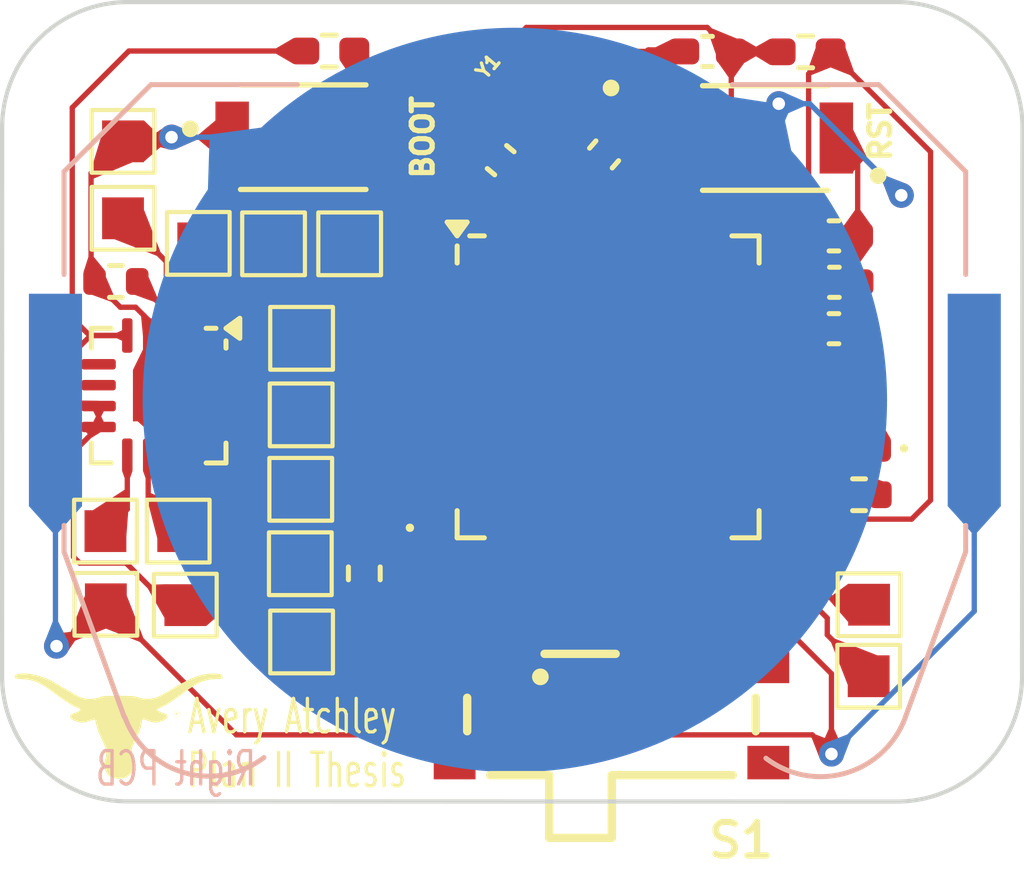
<source format=kicad_pcb>
(kicad_pcb (version 20240108) (generator "pcbnew") (generator_version "8.0")
  (layers (0 "F.Cu" signal) (31 "B.Cu" signal) (34 "B.Paste" user) (35 "F.Paste" user) (36 "B.SilkS" user "B.Silkscreen") (37 "F.SilkS" user "F.Silkscreen") (38 "B.Mask" user) (39 "F.Mask" user) (44 "Edge.Cuts" user))
  (net 0 "")
  (net 1 "B-")
  (net 2 "B+")
  (net 3 "VDD_ESP")
  (net 4 "D-")
  (net 5 "D+")
  (net 6 "CLK1")
  (net 7 "SEL1")
  (net 8 "MIC_DATA1")
  (net 9 "Net-(Q1-D)")
  (net 10 "SPK_DATA1")
  (net 11 "Net-(D3-A)")
  (net 12 "Net-(D4-A)")
  (net 13 "SEL2")
  (net 14 "MIC_DATA2")
  (net 15 "CLK2")
  (net 16 "Net-(U8-GPIO9)")
  (net 17 "Net-(U5-GAIN_SLOT)")
  (net 19 "SPK2_P")
  (net 20 "SPK2_N")
  (net 21 "RESET")
  (net 22 "SPK2_DATA")
  (net 23 "BOOT")
  (net 61 "Net-(U8-XTAL_P)")
  (net 62 "Net-(U8-XTAL_N)")
  (footprint "MountingHole:Mounting_Pad_Square" (layer "F.Cu") (at 124.38 75.36)
    (property "Reference" "TP23" (hide yes))
    (property "Value" "TestPoint" (hide yes))
    (pad "1" smd rect (at 0 0) (size 1 1) (layers "F.Cu" "F.Mask") (net 5 "D+"))
  )
  (footprint "MountingHole:Mounting_Pad_Square" (layer "F.Cu") (at 106.13 75.35)
    (property "Reference" "TP24" (hide yes))
    (property "Value" "TestPoint" (hide yes))
    (pad "1" smd rect (at 0 0) (size 1 1) (layers "F.Cu" "F.Mask") (net 2 "B+"))
  )
  (footprint "Resistor_SMD:R_0402_1005Metric" (layer "F.Cu") (at 124.14 72.73)
    (property "Reference" "R11" (hide yes))
    (property "Value" "470" (hide yes))
    (pad "1" smd roundrect (at -0.51 0) (size 0.54 0.64) (layers "F.Cu" "F.Paste" "F.Mask") (net 3 "VDD_ESP"))
    (pad "2" smd roundrect (at 0.51 0) (size 0.54 0.64) (layers "F.Cu" "F.Paste" "F.Mask") (net 11 "Net-(D3-A)"))
  )
  (footprint "MountingHole:Mounting_Pad_Square" (layer "F.Cu") (at 110.14 66.73)
    (property "Reference" "TP16" (hide yes))
    (property "Value" "TestPoint" (hide yes))
    (pad "1" smd rect (at 0 0) (size 1 1) (layers "F.Cu" "F.Mask") (net 6 "CLK1"))
  )
  (footprint "Package_DFN_QFN:TQFN-16-1EP_3x3mm_P0.5mm_EP1.23x1.23mm" (layer "F.Cu") (at 107.3925 70.36 -90)
    (property "Reference" "U5" (hide yes))
    (property "Value" "MAX98357A" (hide yes))
    (pad "1" smd roundrect (at -1.4375 -0.75 270) (size 0.825 0.25) (layers "F.Cu" "F.Paste" "F.Mask") (net 22 "SPK2_DATA"))
    (pad "2" smd roundrect (at -1.4375 -0.25 270) (size 0.825 0.25) (layers "F.Cu" "F.Paste" "F.Mask") (net 17 "Net-(U5-GAIN_SLOT)"))
    (pad "3" smd roundrect (at -1.4375 0.25 270) (size 0.825 0.25) (layers "F.Cu" "F.Paste" "F.Mask") (net 1 "B-"))
    (pad "4" smd roundrect (at -1.4375 0.75 270) (size 0.825 0.25) (layers "F.Cu" "F.Paste" "F.Mask") (net 3 "VDD_ESP"))
    (pad "5" smd roundrect (at -0.75 1.4375 270) (size 0.25 0.825) (layers "F.Cu" "F.Paste" "F.Mask"))
    (pad "6" smd roundrect (at -0.25 1.4375 270) (size 0.25 0.825) (layers "F.Cu" "F.Paste" "F.Mask"))
    (pad "7" smd roundrect (at 0.25 1.4375 270) (size 0.25 0.825) (layers "F.Cu" "F.Paste" "F.Mask") (net 3 "VDD_ESP"))
    (pad "8" smd roundrect (at 0.75 1.4375 270) (size 0.25 0.825) (layers "F.Cu" "F.Paste" "F.Mask") (net 3 "VDD_ESP"))
    (pad "9" smd roundrect (at 1.4375 0.75 270) (size 0.825 0.25) (layers "F.Cu" "F.Paste" "F.Mask") (net 19 "SPK2_P"))
    (pad "10" smd roundrect (at 1.4375 0.25 270) (size 0.825 0.25) (layers "F.Cu" "F.Paste" "F.Mask") (net 20 "SPK2_N"))
    (pad "11" smd roundrect (at 1.4375 -0.25 270) (size 0.825 0.25) (layers "F.Cu" "F.Paste" "F.Mask") (net 1 "B-"))
    (pad "12" smd roundrect (at 1.4375 -0.75 270) (size 0.825 0.25) (layers "F.Cu" "F.Paste" "F.Mask"))
    (pad "13" smd roundrect (at 0.75 -1.4375 270) (size 0.25 0.825) (layers "F.Cu" "F.Paste" "F.Mask"))
    (pad "14" smd roundrect (at 0.25 -1.4375 270) (size 0.25 0.825) (layers "F.Cu" "F.Paste" "F.Mask") (net 13 "SEL2"))
    (pad "15" smd roundrect (at -0.25 -1.4375 270) (size 0.25 0.825) (layers "F.Cu" "F.Paste" "F.Mask") (net 1 "B-"))
    (pad "16" smd roundrect (at -0.75 -1.4375 270) (size 0.25 0.825) (layers "F.Cu" "F.Paste" "F.Mask") (net 15 "CLK2"))
    (pad "17" smd rect (at 0 0 270) (size 1.23 1.23) (property pad_prop_heatsink) (layers "F.Cu" "F.Mask") (net 1 "B-"))
  )
  (footprint "B3U-1000P:SW_B3U-1000P" (layer "F.Cu") (at 110.85 64.18)
    (property "Reference" "SW2" (hide yes))
    (property "Value" "BOOT" (at 2.8575 0 90) (layer "F.SilkS") (effects (font (size 0.5 0.5) (thickness 0.125))))
    (pad "1" smd rect (at -1.7 0) (size 0.8 1.7) (layers "F.Cu" "F.Paste" "F.Mask") (net 1 "B-"))
    (pad "2" smd rect (at 1.7 0) (size 0.8 1.7) (layers "F.Cu" "F.Paste" "F.Mask") (net 23 "BOOT"))
  )
  (footprint "Capacitor_SMD:C_0402_1005Metric_Pad0.74x0.62mm_HandSolder" (layer "F.Cu") (at 118.04351 64.592743 -131.16)
    (property "Reference" "C7" (hide yes))
    (property "Value" "10pF" (hide yes))
    (pad "1" smd roundrect (at -0.567502 -0.000001 228.84) (size 0.735 0.62) (layers "F.Cu" "F.Paste" "F.Mask") (net 1 "B-"))
    (pad "2" smd roundrect (at 0.567502 0.000001 228.84) (size 0.735 0.62) (layers "F.Cu" "F.Paste" "F.Mask") (net 62 "Net-(U8-XTAL_N)"))
  )
  (footprint "MountingHole:Mounting_Pad_Square" (layer "F.Cu") (at 124.37 77.07)
    (property "Reference" "TP22" (hide yes))
    (property "Value" "TestPoint" (hide yes))
    (pad "1" smd rect (at 0 0) (size 1 1) (layers "F.Cu" "F.Mask") (net 4 "D-"))
  )
  (footprint "Resistor_SMD:R_0402_1005Metric_Pad0.72x0.64mm_HandSolder" (layer "F.Cu") (at 122.8625 62.14 180)
    (property "Reference" "R14" (hide yes))
    (property "Value" "10k" (hide yes))
    (pad "1" smd roundrect (at -0.5975 0 180) (size 0.715 0.64) (layers "F.Cu" "F.Paste" "F.Mask") (net 3 "VDD_ESP"))
    (pad "2" smd roundrect (at 0.5975 0 180) (size 0.715 0.64) (layers "F.Cu" "F.Paste" "F.Mask") (net 21 "RESET"))
  )
  (footprint "MountingHole:Mounting_Pad_Square" (layer "F.Cu") (at 108.03 75.37)
    (property "Reference" "TP20" (hide yes))
    (property "Value" "TestPoint" (hide yes))
    (pad "1" smd rect (at 0 0) (size 1 1) (layers "F.Cu" "F.Mask") (net 3 "VDD_ESP"))
  )
  (footprint "LED_SMD:LED_0402_1005Metric" (layer "F.Cu") (at 124.125 71.62 180)
    (property "Reference" "D3" (hide yes))
    (property "Value" "RED_LED" (hide yes))
    (pad "1" smd roundrect (at -0.485 0 180) (size 0.59 0.64) (layers "F.Cu" "F.Paste" "F.Mask") (net 1 "B-"))
    (pad "2" smd roundrect (at 0.485 0 180) (size 0.59 0.64) (layers "F.Cu" "F.Paste" "F.Mask") (net 11 "Net-(D3-A)"))
  )
  (footprint "450404015514:450404015514" (layer "F.Cu") (at 118.22 77.985 180)
    (property "Reference" "S1" (at -3.1 -3.008 0) (layer "F.SilkS") (effects (font (size 0.8 0.8))))
    (property "Value" "450404015514" (hide yes))
    (pad "1" smd rect (at 2.25 2.05 180) (size 0.7 1.1) (layers "F.Cu" "F.Paste" "F.Mask"))
    (pad "2" smd rect (at -0.75 2.05 180) (size 0.7 1.1) (layers "F.Cu" "F.Paste" "F.Mask") (net 2 "B+"))
    (pad "3" smd rect (at -2.25 2.05 180) (size 0.7 1.1) (layers "F.Cu" "F.Paste" "F.Mask") (net 9 "Net-(Q1-D)"))
    (pad "Z1" smd rect (at -3.75 -1.15 180) (size 1 0.8) (layers "F.Cu" "F.Paste" "F.Mask"))
    (pad "Z2" smd rect (at 3.75 -1.15 180) (size 1 0.8) (layers "F.Cu" "F.Paste" "F.Mask"))
    (pad "Z3" smd rect (at 3.75 1.15 180) (size 1 0.8) (layers "F.Cu" "F.Paste" "F.Mask"))
    (pad "Z4" smd rect (at -3.75 1.15 180) (size 1 0.8) (layers "F.Cu" "F.Paste" "F.Mask"))
  )
  (footprint "MountingHole:Mounting_Pad_Square" (layer "F.Cu") (at 110.81 76.25)
    (property "Reference" "TP21" (hide yes))
    (property "Value" "TestPoint" (hide yes))
    (pad "1" smd rect (at 0 0) (size 1 1) (layers "F.Cu" "F.Mask") (net 9 "Net-(Q1-D)"))
  )
  (footprint "MountingHole:Mounting_Pad_Square" (layer "F.Cu") (at 108.34 66.72)
    (property "Reference" "TP15" (hide yes))
    (property "Value" "TestPoint" (hide yes))
    (pad "1" smd rect (at 0 0) (size 1 1) (layers "F.Cu" "F.Mask") (net 7 "SEL1"))
  )
  (footprint "MountingHole:Mounting_Pad_Square" (layer "F.Cu") (at 110.79 72.6)
    (property "Reference" "TP7" (hide yes))
    (property "Value" "TestPoint" (hide yes))
    (pad "1" smd rect (at 0 0) (size 1 1) (layers "F.Cu" "F.Mask") (net 13 "SEL2"))
  )
  (footprint "MountingHole:Mounting_Pad_Square" (layer "F.Cu") (at 106.12 73.6)
    (property "Reference" "TP3" (hide yes))
    (property "Value" "TestPoint" (hide yes))
    (pad "1" smd rect (at 0 0) (size 1 1) (layers "F.Cu" "F.Mask") (net 19 "SPK2_P"))
  )
  (footprint "LOGO" (layer "F.Cu") (at 106.439569 78.259909)
    (property "Reference" "G***" (hide yes))
    (property "Value" "LOGO" (hide yes))
  )
  (footprint "MountingHole:Mounting_Pad_Square" (layer "F.Cu") (at 106.54 66.12)
    (property "Reference" "TP18" (hide yes))
    (property "Value" "TestPoint" (hide yes))
    (pad "1" smd rect (at 0 0) (size 1 1) (layers "F.Cu" "F.Mask") (net 8 "MIC_DATA1"))
  )
  (footprint "Capacitor_SMD:C_0402_1005Metric_Pad0.74x0.62mm_HandSolder" (layer "F.Cu") (at 120.5175 62.13 180)
    (property "Reference" "C5" (hide yes))
    (property "Value" "1uF" (hide yes))
    (pad "1" smd roundrect (at -0.5675 0 180) (size 0.735 0.62) (layers "F.Cu" "F.Paste" "F.Mask") (net 21 "RESET"))
    (pad "2" smd roundrect (at 0.5675 0 180) (size 0.735 0.62) (layers "F.Cu" "F.Paste" "F.Mask") (net 1 "B-"))
  )
  (footprint "Package_DFN_QFN:QFN-56-1EP_7x7mm_P0.4mm_EP4x4mm" (layer "F.Cu") (at 118.14 70.15)
    (property "Reference" "U8" (hide yes))
    (property "Value" "ESP32-S3" (hide yes))
    (pad "1" smd roundrect (at -3.45 -2.6) (size 0.8 0.2) (layers "F.Cu" "F.Paste" "F.Mask"))
    (pad "2" smd roundrect (at -3.45 -2.2) (size 0.8 0.2) (layers "F.Cu" "F.Paste" "F.Mask") (net 3 "VDD_ESP"))
    (pad "3" smd roundrect (at -3.45 -1.8) (size 0.8 0.2) (layers "F.Cu" "F.Paste" "F.Mask") (net 3 "VDD_ESP"))
    (pad "4" smd roundrect (at -3.45 -1.4) (size 0.8 0.2) (layers "F.Cu" "F.Paste" "F.Mask") (net 21 "RESET"))
    (pad "5" smd roundrect (at -3.45 -1) (size 0.8 0.2) (layers "F.Cu" "F.Paste" "F.Mask") (net 23 "BOOT"))
    (pad "6" smd roundrect (at -3.45 -0.6) (size 0.8 0.2) (layers "F.Cu" "F.Paste" "F.Mask") (net 10 "SPK_DATA1"))
    (pad "7" smd roundrect (at -3.45 -0.2) (size 0.8 0.2) (layers "F.Cu" "F.Paste" "F.Mask") (net 6 "CLK1"))
    (pad "8" smd roundrect (at -3.45 0.2) (size 0.8 0.2) (layers "F.Cu" "F.Paste" "F.Mask") (net 7 "SEL1"))
    (pad "9" smd roundrect (at -3.45 0.6) (size 0.8 0.2) (layers "F.Cu" "F.Paste" "F.Mask") (net 8 "MIC_DATA1"))
    (pad "10" smd roundrect (at -3.45 1) (size 0.8 0.2) (layers "F.Cu" "F.Paste" "F.Mask") (net 22 "SPK2_DATA"))
    (pad "11" smd roundrect (at -3.45 1.4) (size 0.8 0.2) (layers "F.Cu" "F.Paste" "F.Mask") (net 15 "CLK2"))
    (pad "12" smd roundrect (at -3.45 1.8) (size 0.8 0.2) (layers "F.Cu" "F.Paste" "F.Mask") (net 13 "SEL2"))
    (pad "13" smd roundrect (at -3.45 2.2) (size 0.8 0.2) (layers "F.Cu" "F.Paste" "F.Mask") (net 14 "MIC_DATA2"))
    (pad "14" smd roundrect (at -3.45 2.6) (size 0.8 0.2) (layers "F.Cu" "F.Paste" "F.Mask") (net 16 "Net-(U8-GPIO9)"))
    (pad "15" smd roundrect (at -2.6 3.45) (size 0.2 0.8) (layers "F.Cu" "F.Paste" "F.Mask"))
    (pad "16" smd roundrect (at -2.2 3.45) (size 0.2 0.8) (layers "F.Cu" "F.Paste" "F.Mask"))
    (pad "17" smd roundrect (at -1.8 3.45) (size 0.2 0.8) (layers "F.Cu" "F.Paste" "F.Mask"))
    (pad "18" smd roundrect (at -1.4 3.45) (size 0.2 0.8) (layers "F.Cu" "F.Paste" "F.Mask"))
    (pad "19" smd roundrect (at -1 3.45) (size 0.2 0.8) (layers "F.Cu" "F.Paste" "F.Mask"))
    (pad "20" smd roundrect (at -0.6 3.45) (size 0.2 0.8) (layers "F.Cu" "F.Paste" "F.Mask") (net 3 "VDD_ESP"))
    (pad "21" smd roundrect (at -0.2 3.45) (size 0.2 0.8) (layers "F.Cu" "F.Paste" "F.Mask"))
    (pad "22" smd roundrect (at 0.2 3.45) (size 0.2 0.8) (layers "F.Cu" "F.Paste" "F.Mask"))
    (pad "23" smd roundrect (at 0.6 3.45) (size 0.2 0.8) (layers "F.Cu" "F.Paste" "F.Mask"))
    (pad "24" smd roundrect (at 1 3.45) (size 0.2 0.8) (layers "F.Cu" "F.Paste" "F.Mask"))
    (pad "25" smd roundrect (at 1.4 3.45) (size 0.2 0.8) (layers "F.Cu" "F.Paste" "F.Mask") (net 4 "D-"))
    (pad "26" smd roundrect (at 1.8 3.45) (size 0.2 0.8) (layers "F.Cu" "F.Paste" "F.Mask") (net 5 "D+"))
    (pad "27" smd roundrect (at 2.2 3.45) (size 0.2 0.8) (layers "F.Cu" "F.Paste" "F.Mask"))
    (pad "28" smd roundrect (at 2.6 3.45) (size 0.2 0.8) (layers "F.Cu" "F.Paste" "F.Mask"))
    (pad "29" smd roundrect (at 3.45 2.6) (size 0.8 0.2) (layers "F.Cu" "F.Paste" "F.Mask") (net 3 "VDD_ESP"))
    (pad "30" smd roundrect (at 3.45 2.2) (size 0.8 0.2) (layers "F.Cu" "F.Paste" "F.Mask"))
    (pad "31" smd roundrect (at 3.45 1.8) (size 0.8 0.2) (layers "F.Cu" "F.Paste" "F.Mask"))
    (pad "32" smd roundrect (at 3.45 1.4) (size 0.8 0.2) (layers "F.Cu" "F.Paste" "F.Mask"))
    (pad "33" smd roundrect (at 3.45 1) (size 0.8 0.2) (layers "F.Cu" "F.Paste" "F.Mask"))
    (pad "34" smd roundrect (at 3.45 0.6) (size 0.8 0.2) (layers "F.Cu" "F.Paste" "F.Mask"))
    (pad "35" smd roundrect (at 3.45 0.2) (size 0.8 0.2) (layers "F.Cu" "F.Paste" "F.Mask"))
    (pad "36" smd roundrect (at 3.45 -0.2) (size 0.8 0.2) (layers "F.Cu" "F.Paste" "F.Mask"))
    (pad "37" smd roundrect (at 3.45 -0.6) (size 0.8 0.2) (layers "F.Cu" "F.Paste" "F.Mask"))
    (pad "38" smd roundrect (at 3.45 -1) (size 0.8 0.2) (layers "F.Cu" "F.Paste" "F.Mask"))
    (pad "39" smd roundrect (at 3.45 -1.4) (size 0.8 0.2) (layers "F.Cu" "F.Paste" "F.Mask"))
    (pad "40" smd roundrect (at 3.45 -1.8) (size 0.8 0.2) (layers "F.Cu" "F.Paste" "F.Mask"))
    (pad "41" smd roundrect (at 3.45 -2.2) (size 0.8 0.2) (layers "F.Cu" "F.Paste" "F.Mask"))
    (pad "42" smd roundrect (at 3.45 -2.6) (size 0.8 0.2) (layers "F.Cu" "F.Paste" "F.Mask"))
    (pad "43" smd roundrect (at 2.6 -3.45) (size 0.2 0.8) (layers "F.Cu" "F.Paste" "F.Mask"))
    (pad "44" smd roundrect (at 2.2 -3.45) (size 0.2 0.8) (layers "F.Cu" "F.Paste" "F.Mask"))
    (pad "45" smd roundrect (at 1.8 -3.45) (size 0.2 0.8) (layers "F.Cu" "F.Paste" "F.Mask"))
    (pad "46" smd roundrect (at 1.4 -3.45) (size 0.2 0.8) (layers "F.Cu" "F.Paste" "F.Mask") (net 3 "VDD_ESP"))
    (pad "47" smd roundrect (at 1 -3.45) (size 0.2 0.8) (layers "F.Cu" "F.Paste" "F.Mask"))
    (pad "48" smd roundrect (at 0.6 -3.45) (size 0.2 0.8) (layers "F.Cu" "F.Paste" "F.Mask"))
    (pad "49" smd roundrect (at 0.2 -3.45) (size 0.2 0.8) (layers "F.Cu" "F.Paste" "F.Mask"))
    (pad "50" smd roundrect (at -0.2 -3.45) (size 0.2 0.8) (layers "F.Cu" "F.Paste" "F.Mask"))
    (pad "51" smd roundrect (at -0.6 -3.45) (size 0.2 0.8) (layers "F.Cu" "F.Paste" "F.Mask"))
    (pad "52" smd roundrect (at -1 -3.45) (size 0.2 0.8) (layers "F.Cu" "F.Paste" "F.Mask") (net 1 "B-"))
    (pad "53" smd roundrect (at -1.4 -3.45) (size 0.2 0.8) (layers "F.Cu" "F.Paste" "F.Mask") (net 62 "Net-(U8-XTAL_N)"))
    (pad "54" smd roundrect (at -1.8 -3.45) (size 0.2 0.8) (layers "F.Cu" "F.Paste" "F.Mask") (net 61 "Net-(U8-XTAL_P)"))
    (pad "55" smd roundrect (at -2.2 -3.45) (size 0.2 0.8) (layers "F.Cu" "F.Paste" "F.Mask") (net 3 "VDD_ESP"))
    (pad "56" smd roundrect (at -2.6 -3.45) (size 0.2 0.8) (layers "F.Cu" "F.Paste" "F.Mask") (net 3 "VDD_ESP"))
    (pad "57" smd rect (at 0 0) (size 4 4) (property pad_prop_heatsink) (layers "F.Cu" "F.Mask") (net 1 "B-"))
  )
  (footprint "MountingHole:Mounting_Pad_Square" (layer "F.Cu") (at 110.78 74.38)
    (property "Reference" "TP13" (hide yes))
    (property "Value" "TestPoint" (hide yes))
    (pad "1" smd rect (at 0 0) (size 1 1) (layers "F.Cu" "F.Mask") (net 14 "MIC_DATA2"))
  )
  (footprint "MountingHole:Mounting_Pad_Square" (layer "F.Cu") (at 106.54 64.28)
    (property "Reference" "TP6" (hide yes))
    (property "Value" "TestPoint" (hide yes))
    (pad "1" smd rect (at 0 0) (size 1 1) (layers "F.Cu" "F.Mask") (net 1 "B-"))
  )
  (footprint "MountingHole:Mounting_Pad_Square" (layer "F.Cu") (at 111.96 66.73)
    (property "Reference" "TP17" (hide yes))
    (property "Value" "TestPoint" (hide yes))
    (pad "1" smd rect (at 0 0) (size 1 1) (layers "F.Cu" "F.Mask") (net 10 "SPK_DATA1"))
  )
  (footprint "Capacitor_SMD:C_0402_1005Metric_Pad0.74x0.62mm_HandSolder" (layer "F.Cu") (at 123.54 68.76)
    (property "Reference" "C8" (hide yes))
    (property "Value" "1uF" (hide yes))
    (pad "1" smd roundrect (at -0.5675 0) (size 0.735 0.62) (layers "F.Cu" "F.Paste" "F.Mask") (net 3 "VDD_ESP"))
    (pad "2" smd roundrect (at 0.5675 0) (size 0.735 0.62) (layers "F.Cu" "F.Paste" "F.Mask") (net 1 "B-"))
  )
  (footprint "MountingHole:Mounting_Pad_Square" (layer "F.Cu") (at 110.8 70.82)
    (property "Reference" "TP8" (hide yes))
    (property "Value" "TestPoint" (hide yes))
    (pad "1" smd rect (at 0 0) (size 1 1) (layers "F.Cu" "F.Mask") (net 15 "CLK2"))
  )
  (footprint "B3U-1000P:SW_B3U-1000P" (layer "F.Cu") (at 121.8975 64.2 180)
    (property "Reference" "RST" (at -2.75 0.15 90) (layer "F.SilkS") (effects (font (size 0.5 0.5) (thickness 0.125))))
    (property "Value" "SW_Push" (hide yes))
    (pad "1" smd rect (at -1.7 0 180) (size 0.8 1.7) (layers "F.Cu" "F.Paste" "F.Mask") (net 1 "B-"))
    (pad "2" smd rect (at 1.7 0 180) (size 0.8 1.7) (layers "F.Cu" "F.Paste" "F.Mask") (net 21 "RESET"))
  )
  (footprint "MountingHole:Mounting_Pad_Square" (layer "F.Cu") (at 107.86 73.6)
    (property "Reference" "TP4" (hide yes))
    (property "Value" "TestPoint" (hide yes))
    (pad "1" smd rect (at 0 0) (size 1 1) (layers "F.Cu" "F.Mask") (net 20 "SPK2_N"))
  )
  (footprint "MountingHole:Mounting_Pad_Square" (layer "F.Cu") (at 110.81 68.99)
    (property "Reference" "TP9" (hide yes))
    (property "Value" "TestPoint" (hide yes))
    (pad "1" smd rect (at 0 0) (size 1 1) (layers "F.Cu" "F.Mask") (net 22 "SPK2_DATA"))
  )
  (footprint "Resistor_SMD:R_0402_1005Metric" (layer "F.Cu") (at 106.37 67.63 180)
    (property "Reference" "R13" (hide yes))
    (property "Value" "100k" (hide yes))
    (pad "1" smd roundrect (at -0.51 0 180) (size 0.54 0.64) (layers "F.Cu" "F.Paste" "F.Mask") (net 17 "Net-(U5-GAIN_SLOT)"))
    (pad "2" smd roundrect (at 0.51 0 180) (size 0.54 0.64) (layers "F.Cu" "F.Paste" "F.Mask") (net 1 "B-"))
  )
  (footprint "Capacitor_SMD:C_0402_1005Metric_Pad0.74x0.62mm_HandSolder" (layer "F.Cu") (at 123.54 66.54)
    (property "Reference" "C3" (hide yes))
    (property "Value" "4.7uF" (hide yes))
    (pad "1" smd roundrect (at -0.5675 0) (size 0.735 0.62) (layers "F.Cu" "F.Paste" "F.Mask") (net 3 "VDD_ESP"))
    (pad "2" smd roundrect (at 0.5675 0) (size 0.735 0.62) (layers "F.Cu" "F.Paste" "F.Mask") (net 1 "B-"))
  )
  (footprint "Capacitor_SMD:C_0402_1005Metric_Pad0.74x0.62mm_HandSolder" (layer "F.Cu") (at 123.55 67.65)
    (property "Reference" "C4" (hide yes))
    (property "Value" "100nF" (hide yes))
    (pad "1" smd roundrect (at -0.5675 0) (size 0.735 0.62) (layers "F.Cu" "F.Paste" "F.Mask") (net 3 "VDD_ESP"))
    (pad "2" smd roundrect (at 0.5675 0) (size 0.735 0.62) (layers "F.Cu" "F.Paste" "F.Mask") (net 1 "B-"))
  )
  (footprint "Resistor_SMD:R_0402_1005Metric_Pad0.72x0.64mm_HandSolder" (layer "F.Cu") (at 111.4725 62.12)
    (property "Reference" "R15" (hide yes))
    (property "Value" "10k" (hide yes))
    (pad "1" smd roundrect (at -0.5975 0) (size 0.715 0.64) (layers "F.Cu" "F.Paste" "F.Mask") (net 3 "VDD_ESP"))
    (pad "2" smd roundrect (at 0.5975 0) (size 0.715 0.64) (layers "F.Cu" "F.Paste" "F.Mask") (net 23 "BOOT"))
  )
  (footprint "LED_SMD:LED_0402_1005Metric" (layer "F.Cu") (at 113.4 74.61 -90)
    (property "Reference" "D4" (hide yes))
    (property "Value" "GREEN_LED" (hide yes))
    (pad "1" smd roundrect (at -0.485 0 270) (size 0.59 0.64) (layers "F.Cu" "F.Paste" "F.Mask") (net 1 "B-"))
    (pad "2" smd roundrect (at 0.485 0 270) (size 0.59 0.64) (layers "F.Cu" "F.Paste" "F.Mask") (net 12 "Net-(D4-A)"))
  )
  (footprint "Resistor_SMD:R_0402_1005Metric" (layer "F.Cu") (at 112.31 74.61 90)
    (property "Reference" "R12" (hide yes))
    (property "Value" "470" (hide yes))
    (pad "1" smd roundrect (at -0.51 0 90) (size 0.54 0.64) (layers "F.Cu" "F.Paste" "F.Mask") (net 12 "Net-(D4-A)"))
    (pad "2" smd roundrect (at 0.51 0 90) (size 0.54 0.64) (layers "F.Cu" "F.Paste" "F.Mask") (net 16 "Net-(U8-GPIO9)"))
  )
  (footprint "XRCGB40M000F1S1BR0:OSC_XRCGB40M000F1S1BR0" (layer "F.Cu") (at 116.575454 63.392824 -130.08)
    (property "Reference" "Y1" (at 0.143315 1.580513 49.92) (layer "F.SilkS") (effects (font (size 0.32 0.32))))
    (property "Value" "XRCGB40M000F1S1BR0" (hide yes))
    (pad "1" smd rect (at -0.499998 -0.675002 229.92) (size 0.7 0.75) (layers "F.Cu" "F.Paste" "F.Mask") (net 62 "Net-(U8-XTAL_N)"))
    (pad "2" smd rect (at -0.499999 0.675 229.92) (size 0.7 0.75) (layers "F.Cu" "F.Paste" "F.Mask"))
    (pad "3" smd rect (at 0.499998 0.675002 229.92) (size 0.7 0.75) (layers "F.Cu" "F.Paste" "F.Mask") (net 61 "Net-(U8-XTAL_P)"))
    (pad "4" smd rect (at 0.499999 -0.675 229.92) (size 0.7 0.75) (layers "F.Cu" "F.Paste" "F.Mask"))
  )
  (footprint "Capacitor_SMD:C_0402_1005Metric_Pad0.74x0.62mm_HandSolder" (layer "F.Cu") (at 115.57 64.73 -40)
    (property "Reference" "C6" (hide yes))
    (property "Value" "10pF" (hide yes))
    (pad "1" smd roundrect (at -0.5675 0 320) (size 0.735 0.62) (layers "F.Cu" "F.Paste" "F.Mask") (net 61 "Net-(U8-XTAL_P)"))
    (pad "2" smd roundrect (at 0.5675 0 320) (size 0.735 0.62) (layers "F.Cu" "F.Paste" "F.Mask") (net 1 "B-"))
  )
  (footprint "Battery:BatteryHolder_Keystone_3034_1x20mm_CustomCourtyard" (layer "B.Cu") (at 115.91 70.46363 180)
    (property "Reference" "BT1" (hide yes))
    (property "Value" "Battery_Cell" (hide yes))
    (pad "1" smd rect (at -10.985 0 180) (size 1.27 5.08) (layers "B.Cu" "B.Paste" "B.Mask") (net 2 "B+"))
    (pad "1" smd rect (at 10.985 0 180) (size 1.27 5.08) (layers "B.Cu" "B.Paste" "B.Mask") (net 2 "B+"))
    (pad "2" smd circle (at 0 0 180) (size 17.8 17.8) (layers "B.Cu" "B.Mask") (net 1 "B-"))
  )
  (gr_poly (pts (arc (start 106.642018 80.062018) (mid 104.525409 79.185289) (end 103.64868 77.06868)) (arc (start 103.65 63.95) (mid 104.52868 61.82868) (end 106.65 60.95)) (arc (start 125.04736 60.95) (mid 127.16868 61.82868) (end 128.04736 63.95)) (arc (start 128.03736 77.06736) (mid 127.15868 79.18868) (end 125.03736 80.06736))) (stroke (width 0.1)) (fill none) (layer "Edge.Cuts"))
  (gr_text "Right PCB\n" (at 109.759569 79.749909 0) (layer "B.SilkS") (effects (font (size 0.8 0.5) (thickness 0.08)) (justify left bottom mirror)))
  (gr_text "Avery Atchley\nPlan II Thesis" (at 108.039569 79.789909 0) (layer "F.SilkS") (effects (font (size 0.8 0.5) (thickness 0.08)) (justify left bottom)))
  (segment (start 105.86 67.63) (end 105.7765 67.5465) (width 0.127) (layer "F.Cu") (net 1))
  (segment (start 117.14 66.7) (end 117.14 66.16) (width 0.127) (layer "F.Cu") (net 1))
  (segment (start 118.14 70.155258) (end 118.14 70.15) (width 0.127) (layer "F.Cu") (net 1))
  (segment (start 115.99422 65.084272) (end 115.99422 64.027096) (width 0.127) (layer "F.Cu") (net 1))
  (segment (start 116.00473 65.094782) (end 115.99422 65.084272) (width 0.127) (layer "F.Cu") (net 1))
  (segment (start 107.1425 70.11) (end 107.3925 70.36) (width 0.127) (layer "F.Cu") (net 1))
  (segment (start 122.3415 69.092644) (end 122.582356 69.3335) (width 0.127) (layer "F.Cu") (net 1))
  (segment (start 122.0765 67.1865) (end 122.3415 67.4515) (width 0.127) (layer "F.Cu") (net 1))
  (segment (start 118.41702 62.82298) (end 119.11 62.13) (width 0.2) (layer "F.Cu") (net 1))
  (segment (start 123.534 69.3335) (end 124.1075 68.76) (width 0.127) (layer "F.Cu") (net 1))
  (segment (start 124.61 69.2625) (end 124.1075 68.76) (width 0.127) (layer "F.Cu") (net 1))
  (segment (start 107.6 64.18) (end 107.5 64.28) (width 0.127) (layer "F.Cu") (net 1))
  (segment (start 117.596817 65.703183) (end 117.846817 65.703183) (width 0.127) (layer "F.Cu") (net 1))
  (segment (start 123.78 64.2) (end 125.15 65.57) (width 0.127) (layer "F.Cu") (net 1))
  (segment (start 122.3415 67.4515) (end 122.3415 69.092644) (width 0.127) (layer "F.Cu") (net 1))
  (segment (start 116.512832 63.402408) (end 117.78524 62.13) (width 0.127) (layer "F.Cu") (net 1))
  (segment (start 118.41702 64.165486) (end 118.41702 62.82298) (width 0.2) (layer "F.Cu") (net 1))
  (segment (start 107.7 64.18) (end 107.6 64.18) (width 0.127) (layer "F.Cu") (net 1))
  (segment (start 106.4765 68.2465) (end 106.841766 68.2465) (width 0.127) (layer "F.Cu") (net 1))
  (segment (start 122.22 63.9545) (end 122.22 63.38) (width 0.127) (layer "F.Cu") (net 1))
  (segment (start 114.159742 74.125) (end 118.134742 70.15) (width 0.127) (layer "F.Cu") (net 1))
  (segment (start 107.6425 70.61) (end 107.3925 70.36) (width 0.127) (layer "F.Cu") (net 1))
  (segment (start 124.1075 64.71) (end 123.5975 64.2) (width 0.127) (layer "F.Cu") (net 1))
  (segment (start 107.6425 71.7975) (end 107.6425 70.61) (width 0.127) (layer "F.Cu") (net 1))
  (segment (start 107.5 64.28) (end 106.54 64.28) (width 0.127) (layer "F.Cu") (net 1))
  (segment (start 106.841766 68.2465) (end 107.1425 68.547234) (width 0.127) (layer "F.Cu") (net 1))
  (segment (start 124.61 71.62) (end 124.61 69.2625) (width 0.127) (layer "F.Cu") (net 1))
  (segment (start 118.14 70.15) (end 121.1035 67.1865) (width 0.127) (layer "F.Cu") (net 1))
  (segment (start 105.7765 65.0435) (end 106.54 64.28) (width 0.127) (layer "F.Cu") (net 1))
  (segment (start 107.1425 68.9225) (end 107.1425 70.11) (width 0.127) (layer "F.Cu") (net 1))
  (segment (start 118.134742 70.15) (end 118.14 70.15) (width 0.127) (layer "F.Cu") (net 1))
  (segment (start 118.41702 64.165486) (end 119.565034 65.3135) (width 0.127) (layer "F.Cu") (net 1))
  (segment (start 105.86 67.63) (end 106.4765 68.2465) (width 0.127) (layer "F.Cu") (net 1))
  (segment (start 117.78524 62.13) (end 119.95 62.13) (width 0.127) (layer "F.Cu") (net 1))
  (segment (start 120.861 65.3135) (end 122.22 63.9545) (width 0.127) (layer "F.Cu") (net 1))
  (segment (start 124.1075 66.54) (end 124.1075 64.71) (width 0.127) (layer "F.Cu") (net 1))
  (segment (start 107.3925 70.36) (end 107.6425 70.11) (width 0.127) (layer "F.Cu") (net 1))
  (segment (start 124.1075 66.54) (end 124.1075 68.76) (width 0.127) (layer "F.Cu") (net 1))
  (segment (start 107.6425 70.11) (end 108.83 70.11) (width 0.127) (layer "F.Cu") (net 1))
  (segment (start 109.15 64.18) (end 107.7 64.18) (width 0.127) (layer "F.Cu") (net 1))
  (segment (start 118.41702 65.13298) (end 118.41702 64.165486) (width 0.127) (layer "F.Cu") (net 1))
  (segment (start 105.7765 67.5465) (end 105.7765 65.0435) (width 0.127) (layer "F.Cu") (net 1))
  (segment (start 107.1425 68.547234) (end 107.1425 68.9225) (width 0.127) (layer "F.Cu") (net 1))
  (segment (start 123.5975 64.2) (end 123.78 64.2) (width 0.127) (layer "F.Cu") (net 1))
  (segment (start 119.565034 65.3135) (end 120.861 65.3135) (width 0.127) (layer "F.Cu") (net 1))
  (segment (start 122.582356 69.3335) (end 123.534 69.3335) (width 0.127) (layer "F.Cu") (net 1))
  (segment (start 116.512832 63.508484) (end 116.512832 63.402408) (width 0.127) (layer "F.Cu") (net 1))
  (segment (start 121.1035 67.1865) (end 122.0765 67.1865) (width 0.127) (layer "F.Cu") (net 1))
  (segment (start 117.846817 65.703183) (end 118.41702 65.13298) (width 0.127) (layer "F.Cu") (net 1))
  (segment (start 119.11 62.13) (end 119.95 62.13) (width 0.2) (layer "F.Cu") (net 1))
  (segment (start 115.99422 64.027096) (end 116.512832 63.508484) (width 0.127) (layer "F.Cu") (net 1))
  (segment (start 117.14 66.16) (end 117.596817 65.703183) (width 0.127) (layer "F.Cu") (net 1))
  (segment (start 113.4 74.125) (end 114.159742 74.125) (width 0.127) (layer "F.Cu") (net 1))
  (via (at 107.7 64.18) (size 0.6) (drill 0.3) (layers "F.Cu" "B.Cu") (net 1))
  (via (at 122.22 63.38) (size 0.6) (drill 0.3) (layers "F.Cu" "B.Cu") (net 1))
  (via (at 125.15 65.57) (size 0.6) (drill 0.3) (layers "F.Cu" "B.Cu") (net 1))
  (segment (start 107.7 64.18) (end 109.62637 64.18) (width 0.127) (layer "B.Cu") (net 1))
  (segment (start 125.15 65.57) (end 122.96 63.38) (width 0.127) (layer "B.Cu") (net 1))
  (segment (start 122.22 63.38) (end 122.22 64.15363) (width 0.127) (layer "B.Cu") (net 1))
  (segment (start 122.96 63.38) (end 122.22 63.38) (width 0.127) (layer "B.Cu") (net 1))
  (segment (start 109.62637 64.18) (end 115.91 70.46363) (width 0.127) (layer "B.Cu") (net 1))
  (segment (start 122.22 64.15363) (end 115.91 70.46363) (width 0.127) (layer "B.Cu") (net 1))
  (segment (start 118.97 75.935) (end 119.7835 75.1215) (width 0.127) (layer "F.Cu") (net 2))
  (segment (start 123.0215 78.4715) (end 109.2515 78.4715) (width 0.127) (layer "F.Cu") (net 2))
  (segment (start 109.2515 78.4715) (end 106.13 75.35) (width 0.127) (layer "F.Cu") (net 2))
  (segment (start 105.13 76.35) (end 104.95 76.35) (width 0.127) (layer "F.Cu") (net 2))
  (segment (start 123.48 77.01) (end 123.48 78.93) (width 0.127) (layer "F.Cu") (net 2))
  (segment (start 123.48 78.93) (end 123.0215 78.4715) (width 0.127) (layer "F.Cu") (net 2))
  (segment (start 119.7835 75.1215) (end 121.5915 75.1215) (width 0.127) (layer "F.Cu") (net 2))
  (segment (start 121.5915 75.1215) (end 123.48 77.01) (width 0.127) (layer "F.Cu") (net 2))
  (segment (start 106.13 75.35) (end 105.13 76.35) (width 0.127) (layer "F.Cu") (net 2))
  (via (at 104.95 76.35) (size 0.6) (drill 0.3) (layers "F.Cu" "B.Cu") (net 2))
  (via (at 123.48 78.93) (size 0.6) (drill 0.3) (layers "F.Cu" "B.Cu") (net 2))
  (segment (start 126.895 75.515) (end 126.895 70.46363) (width 0.127) (layer "B.Cu") (net 2))
  (segment (start 123.48 78.93) (end 126.895 75.515) (width 0.127) (layer "B.Cu") (net 2))
  (segment (start 104.925 76.325) (end 104.925 70.46363) (width 0.127) (layer "B.Cu") (net 2))
  (segment (start 104.95 76.35) (end 104.925 76.325) (width 0.127) (layer "B.Cu") (net 2))
  (segment (start 114.69 67.95) (end 115.134742 67.95) (width 0.127) (layer "F.Cu") (net 3))
  (segment (start 123.63 72.73) (end 124.2135 73.3135) (width 0.127) (layer "F.Cu") (net 3))
  (segment (start 105.3565 71.7085) (end 105.955 71.11) (width 0.127) (layer "F.Cu") (net 3))
  (segment (start 115.94 66.7) (end 115.94 67.144742) (width 0.127) (layer "F.Cu") (net 3))
  (segment (start 114.69 68.35) (end 114.69 67.95) (width 0.127) (layer "F.Cu") (net 3))
  (segment (start 122.934 66.5015) (end 122.9725 66.54) (width 0.127) (layer "F.Cu") (net 3))
  (segment (start 117.54 74.044742) (end 116.463242 75.1215) (width 0.127) (layer "F.Cu") (net 3))
  (segment (start 121.59 72.75) (end 117.945258 72.75) (width 0.127) (layer "F.Cu") (net 3))
  (segment (start 111.457 75.37) (end 108.03 75.37) (width 0.127) (layer "F.Cu") (net 3))
  (segment (start 105.279 70.346499) (end 105.542501 70.61) (width 0.127) (layer "F.Cu") (net 3))
  (segment (start 122.469 66.0365) (end 122.9725 66.54) (width 0.127) (layer "F.Cu") (net 3))
  (segment (start 107.62 75.37) (end 106.6135 74.3635) (width 0.127) (layer "F.Cu") (net 3))
  (segment (start 105.955 70.61) (end 105.955 71.11) (width 0.127) (layer "F.Cu") (net 3))
  (segment (start 119.54 66.7) (end 119.54 66.255258) (width 0.127) (layer "F.Cu") (net 3))
  (segment (start 106.68 62.12) (end 110.875 62.12) (width 0.127) (layer "F.Cu") (net 3))
  (segment (start 119.758758 66.0365) (end 122.469 66.0365) (width 0.127) (layer "F.Cu") (net 3))
  (segment (start 119.321242 67.3635) (end 119.54 67.144742) (width 0.127) (layer "F.Cu") (net 3))
  (segment (start 125.85 72.86) (end 125.85 64.53) (width 0.127) (layer "F.Cu") (net 3))
  (segment (start 115.54 67.544742) (end 115.54 66.7) (width 0.127) (layer "F.Cu") (net 3))
  (segment (start 125.3965 73.3135) (end 125.85 72.86) (width 0.127) (layer "F.Cu") (net 3))
  (segment (start 105.3565 74.2165) (end 105.3565 71.7085) (width 0.127) (layer "F.Cu") (net 3))
  (segment (start 119.54 66.255258) (end 119.758758 66.0365) (width 0.127) (layer "F.Cu") (net 3))
  (segment (start 119.54 67.144742) (end 119.54 66.7) (width 0.127) (layer "F.Cu") (net 3))
  (segment (start 122.9725 66.54) (end 122.9725 68.76) (width 0.127) (layer "F.Cu") (net 3))
  (segment (start 124.2135 73.3135) (end 125.3965 73.3135) (width 0.127) (layer "F.Cu") (net 3))
  (segment (start 114.768 75.71) (end 111.797 75.71) (width 0.127) (layer "F.Cu") (net 3))
  (segment (start 116.463242 75.1215) (end 115.3565 75.1215) (width 0.127) (layer "F.Cu") (net 3))
  (segment (start 121.59 72.75) (end 121.61 72.73) (width 0.127) (layer "F.Cu") (net 3))
  (segment (start 106.6135 74.3635) (end 105.5035 74.3635) (width 0.127) (layer "F.Cu") (net 3))
  (segment (start 105.542501 70.61) (end 105.955 70.61) (width 0.127) (layer "F.Cu") (net 3))
  (segment (start 117.54 73.155258) (end 117.54 73.6) (width 0.127) (layer "F.Cu") (net 3))
  (segment (start 125.85 64.53) (end 123.46 62.14) (width 0.127) (layer "F.Cu") (net 3))
  (segment (start 117.54 73.6) (end 117.54 74.044742) (width 0.127) (layer "F.Cu") (net 3))
  (segment (start 108.03 75.37) (end 107.62 75.37) (width 0.127) (layer "F.Cu") (net 3))
  (segment (start 105.3265 68.5065) (end 105.3265 63.4735) (width 0.127) (layer "F.Cu") (net 3))
  (segment (start 123.46 62.14) (end 122.934 62.666) (width 0.127) (layer "F.Cu") (net 3))
  (segment (start 105.279 69.410734) (end 105.279 70.346499) (width 0.127) (layer "F.Cu") (net 3))
  (segment (start 105.7425 68.9225) (end 105.3265 68.5065) (width 0.127) (layer "F.Cu") (net 3))
  (segment (start 117.945258 72.75) (end 117.54 73.155258) (width 0.127) (layer "F.Cu") (net 3))
  (segment (start 106.6425 68.9225) (end 105.767234 68.9225) (width 0.127) (layer "F.Cu") (net 3))
  (segment (start 105.5035 74.3635) (end 105.3565 74.2165) (width 0.127) (layer "F.Cu") (net 3))
  (segment (start 111.797 75.71) (end 111.457 75.37) (width 0.127) (layer "F.Cu") (net 3))
  (segment (start 105.3265 63.4735) (end 106.68 62.12) (width 0.127) (layer "F.Cu") (net 3))
  (segment (start 115.134742 67.95) (end 115.54 67.544742) (width 0.127) (layer "F.Cu") (net 3))
  (segment (start 116.158758 67.3635) (end 119.321242 67.3635) (width 0.127) (layer "F.Cu") (net 3))
  (segment (start 105.767234 68.9225) (end 105.279 69.410734) (width 0.127) (layer "F.Cu") (net 3))
  (segment (start 122.934 62.666) (end 122.934 66.5015) (width 0.127) (layer "F.Cu") (net 3))
  (segment (start 115.94 67.144742) (end 116.158758 67.3635) (width 0.127) (layer "F.Cu") (net 3))
  (segment (start 106.6425 68.9225) (end 105.7425 68.9225) (width 0.127) (layer "F.Cu") (net 3))
  (segment (start 115.3565 75.1215) (end 114.768 75.71) (width 0.127) (layer "F.Cu") (net 3))
  (segment (start 121.61 72.73) (end 123.63 72.73) (width 0.127) (layer "F.Cu") (net 3))
  (segment (start 115.94 66.7) (end 115.54 66.7) (width 0.127) (layer "F.Cu") (net 3))
  (segment (start 123.38 76.08) (end 123.38 75.68) (width 0.127) (layer "F.Cu") (net 4))
  (segment (start 119.54 74.10719) (end 119.54 73.6) (width 0.127) (layer "F.Cu") (net 4))
  (segment (start 124.37 77.07) (end 123.38 76.08) (width 0.127) (layer "F.Cu") (net 4))
  (segment (start 120.02331 74.5905) (end 119.54 74.10719) (width 0.127) (layer "F.Cu") (net 4))
  (segment (start 123.38 75.68) (end 122.2905 74.5905) (width 0.127) (layer "F.Cu") (net 4))
  (segment (start 122.2905 74.5905) (end 120.02331 74.5905) (width 0.127) (layer "F.Cu") (net 4))
  (segment (start 123.63 75.36) (end 122.5335 74.2635) (width 0.127) (layer "F.Cu") (net 5))
  (segment (start 119.94 74.044742) (end 119.94 73.6) (width 0.127) (layer "F.Cu") (net 5))
  (segment (start 124.38 75.36) (end 123.63 75.36) (width 0.127) (layer "F.Cu") (net 5))
  (segment (start 120.158758 74.2635) (end 119.94 74.044742) (width 0.127) (layer "F.Cu") (net 5))
  (segment (start 122.5335 74.2635) (end 120.158758 74.2635) (width 0.127) (layer "F.Cu") (net 5))
  (segment (start 114.69 69.95) (end 114.057914 69.95) (width 0.127) (layer "F.Cu") (net 6))
  (segment (start 111.223 67.52) (end 110.433 66.73) (width 0.127) (layer "F.Cu") (net 6))
  (segment (start 113.039 68.931086) (end 113.039 68.069) (width 0.127) (layer "F.Cu") (net 6))
  (segment (start 113.039 68.069) (end 112.49 67.52) (width 0.127) (layer "F.Cu") (net 6))
  (segment (start 110.433 66.73) (end 110.14 66.73) (width 0.127) (layer "F.Cu") (net 6))
  (segment (start 114.057914 69.95) (end 113.039 68.931086) (width 0.127) (layer "F.Cu") (net 6))
  (segment (start 112.49 67.52) (end 111.223 67.52) (width 0.127) (layer "F.Cu") (net 6))
  (segment (start 114.69 70.35) (end 113.995466 70.35) (width 0.127) (layer "F.Cu") (net 7))
  (segment (start 109.23 67.61) (end 108.34 66.72) (width 0.127) (layer "F.Cu") (net 7))
  (segment (start 112.229448 67.847) (end 111.087552 67.847) (width 0.127) (layer "F.Cu") (net 7))
  (segment (start 110.850552 67.61) (end 109.23 67.61) (width 0.127) (layer "F.Cu") (net 7))
  (segment (start 113.995466 70.35) (end 112.712 69.066534) (width 0.127) (layer "F.Cu") (net 7))
  (segment (start 111.087552 67.847) (end 110.850552 67.61) (width 0.127) (layer "F.Cu") (net 7))
  (segment (start 112.712 68.329552) (end 112.229448 67.847) (width 0.127) (layer "F.Cu") (net 7))
  (segment (start 112.712 69.066534) (end 112.712 68.329552) (width 0.127) (layer "F.Cu") (net 7))
  (segment (start 112.094 68.174) (end 110.952104 68.174) (width 0.127) (layer "F.Cu") (net 8))
  (segment (start 107.5765 67.1565) (end 106.54 66.12) (width 0.127) (layer "F.Cu") (net 8))
  (segment (start 113.933018 70.75) (end 112.385 69.201982) (width 0.127) (layer "F.Cu") (net 8))
  (segment (start 114.69 70.75) (end 113.933018 70.75) (width 0.127) (layer "F.Cu") (net 8))
  (segment (start 107.5765 67.4835) (end 107.5765 67.1565) (width 0.127) (layer "F.Cu") (net 8))
  (segment (start 110.715104 67.937) (end 108.03 67.937) (width 0.127) (layer "F.Cu") (net 8))
  (segment (start 112.385 68.465) (end 112.094 68.174) (width 0.127) (layer "F.Cu") (net 8))
  (segment (start 112.385 69.201982) (end 112.385 68.465) (width 0.127) (layer "F.Cu") (net 8))
  (segment (start 110.952104 68.174) (end 110.715104 67.937) (width 0.127) (layer "F.Cu") (net 8))
  (segment (start 108.03 67.937) (end 107.5765 67.4835) (width 0.127) (layer "F.Cu") (net 8))
  (segment (start 118.9065 77.4985) (end 120.47 75.935) (width 0.127) (layer "F.Cu") (net 9))
  (segment (start 112.0585 77.4985) (end 118.9065 77.4985) (width 0.127) (layer "F.Cu") (net 9))
  (segment (start 110.81 76.25) (end 112.0585 77.4985) (width 0.127) (layer "F.Cu") (net 9))
  (segment (start 111.96 66.73) (end 112.587 66.73) (width 0.127) (layer "F.Cu") (net 10))
  (segment (start 112.587 66.73) (end 113.366 67.509) (width 0.127) (layer "F.Cu") (net 10))
  (segment (start 113.366 68.795638) (end 114.120362 69.55) (width 0.127) (layer "F.Cu") (net 10))
  (segment (start 114.120362 69.55) (end 114.69 69.55) (width 0.127) (layer "F.Cu") (net 10))
  (segment (start 113.366 67.509) (end 113.366 68.795638) (width 0.127) (layer "F.Cu") (net 10))
  (segment (start 123.64 71.62) (end 123.64 71.72) (width 0.127) (layer "F.Cu") (net 11))
  (segment (start 123.64 71.72) (end 124.65 72.73) (width 0.127) (layer "F.Cu") (net 11))
  (segment (start 113.375 75.12) (end 113.4 75.095) (width 0.127) (layer "F.Cu") (net 12))
  (segment (start 112.31 75.12) (end 113.375 75.12) (width 0.127) (layer "F.Cu") (net 12))
  (segment (start 110.79 72.6) (end 110.79 72.194734) (width 0.127) (layer "F.Cu") (net 13))
  (segment (start 109.205266 70.61) (end 108.83 70.61) (width 0.127) (layer "F.Cu") (net 13))
  (segment (start 114.69 71.95) (end 111.44 71.95) (width 0.127) (layer "F.Cu") (net 13))
  (segment (start 110.79 72.194734) (end 109.205266 70.61) (width 0.127) (layer "F.Cu") (net 13))
  (segment (start 111.44 71.95) (end 110.79 72.6) (width 0.127) (layer "F.Cu") (net 13))
  (segment (start 111.62 73.54) (end 110.78 74.38) (width 0.127) (layer "F.Cu") (net 14))
  (segment (start 111.62 72.6) (end 111.62 73.54) (width 0.127) (layer "F.Cu") (net 14))
  (segment (start 111.87 72.35) (end 111.62 72.6) (width 0.127) (layer "F.Cu") (net 14))
  (segment (start 114.69 72.35) (end 111.87 72.35) (width 0.127) (layer "F.Cu") (net 14))
  (segment (start 114.69 71.55) (end 111.53 71.55) (width 0.127) (layer "F.Cu") (net 15))
  (segment (start 108.83 69.61) (end 109.205266 69.61) (width 0.127) (layer "F.Cu") (net 15))
  (segment (start 109.205266 69.61) (end 110.415266 70.82) (width 0.127) (layer "F.Cu") (net 15))
  (segment (start 111.53 71.55) (end 110.8 70.82) (width 0.127) (layer "F.Cu") (net 15))
  (segment (start 110.415266 70.82) (end 110.8 70.82) (width 0.127) (layer "F.Cu") (net 15))
  (segment (start 114.69 72.75) (end 112.86 72.75) (width 0.127) (layer "F.Cu") (net 16))
  (segment (start 112.86 72.75) (end 112.31 73.3) (width 0.127) (layer "F.Cu") (net 16))
  (segment (start 112.31 73.3) (end 112.31 74.1) (width 0.127) (layer "F.Cu") (net 16))
  (segment (start 107.6425 68.3925) (end 107.6425 68.9225) (width 0.127) (layer "F.Cu") (net 17))
  (segment (start 106.88 67.63) (end 107.6425 68.3925) (width 0.127) (layer "F.Cu") (net 17))
  (segment (start 106.6425 71.7975) (end 106.6425 73.0775) (width 0.127) (layer "F.Cu") (net 19))
  (segment (start 106.6425 73.0775) (end 106.12 73.6) (width 0.127) (layer "F.Cu") (net 19))
  (segment (start 107.1425 72.8825) (end 107.86 73.6) (width 0.127) (layer "F.Cu") (net 20))
  (segment (start 107.1425 71.7975) (end 107.1425 72.8825) (width 0.127) (layer "F.Cu") (net 20))
  (segment (start 114.02 63.72) (end 116.1835 61.5565) (width 0.127) (layer "F.Cu") (net 21))
  (segment (start 121.085 63.3125) (end 120.1975 64.2) (width 0.127) (layer "F.Cu") (net 21))
  (segment (start 114.245258 68.75) (end 114.02 68.524742) (width 0.127) (layer "F.Cu") (net 21))
  (segment (start 114.69 68.75) (end 114.245258 68.75) (width 0.127) (layer "F.Cu") (net 21))
  (segment (start 120.5115 61.5565) (end 121.085 62.13) (width 0.127) (layer "F.Cu") (net 21))
  (segment (start 121.085 62.13) (end 121.085 63.3125) (width 0.127) (layer "F.Cu") (net 21))
  (segment (start 122.255 62.13) (end 122.265 62.14) (width 0.127) (layer "F.Cu") (net 21))
  (segment (start 116.1835 61.5565) (end 120.5115 61.5565) (width 0.127) (layer "F.Cu") (net 21))
  (segment (start 121.085 62.13) (end 122.255 62.13) (width 0.127) (layer "F.Cu") (net 21))
  (segment (start 114.02 68.524742) (end 114.02 63.72) (width 0.127) (layer "F.Cu") (net 21))
  (segment (start 110.7425 68.9225) (end 110.81 68.99) (width 0.127) (layer "F.Cu") (net 22))
  (segment (start 111.71057 68.99) (end 110.81 68.99) (width 0.127) (layer "F.Cu") (net 22))
  (segment (start 108.1425 68.9225) (end 110.7425 68.9225) (width 0.127) (layer "F.Cu") (net 22))
  (segment (start 113.87057 71.15) (end 111.71057 68.99) (width 0.127) (layer "F.Cu") (net 22))
  (segment (start 114.69 71.15) (end 113.87057 71.15) (width 0.127) (layer "F.Cu") (net 22))
  (segment (start 113.693 68.66019) (end 113.693 64.8) (width 0.127) (layer "F.Cu") (net 23))
  (segment (start 112.07 63.7) (end 112.55 64.18) (width 0.127) (layer "F.Cu") (net 23))
  (segment (start 114.69 69.15) (end 114.18281 69.15) (width 0.127) (layer "F.Cu") (net 23))
  (segment (start 113.193 64.3) (end 112.67 64.3) (width 0.127) (layer "F.Cu") (net 23))
  (segment (start 113.693 64.8) (end 113.193 64.3) (width 0.127) (layer "F.Cu") (net 23))
  (segment (start 112.67 64.3) (end 112.55 64.18) (width 0.127) (layer "F.Cu") (net 23))
  (segment (start 114.18281 69.15) (end 113.693 68.66019) (width 0.127) (layer "F.Cu") (net 23))
  (segment (start 112.07 62.12) (end 112.07 63.7) (width 0.127) (layer "F.Cu") (net 23))
  (segment (start 116.34 66.20364) (end 116.11636 65.98) (width 0.2) (layer "F.Cu") (net 61))
  (segment (start 116.34 66.7) (end 116.34 66.20364) (width 0.2) (layer "F.Cu") (net 61))
  (segment (start 115.13527 64.365218) (end 115.13527 63.942573) (width 0.2) (layer "F.Cu") (net 61))
  (segment (start 116.11636 65.98) (end 116.000871 65.98) (width 0.2) (layer "F.Cu") (net 61))
  (segment (start 116.000871 65.98) (end 115.13527 65.114399) (width 0.2) (layer "F.Cu") (net 61))
  (segment (start 115.13527 65.114399) (end 115.13527 64.365218) (width 0.2) (layer "F.Cu") (net 61))
  (segment (start 115.13527 63.942573) (end 115.737052 63.340791) (width 0.2) (layer "F.Cu") (net 61))
  (segment (start 117.413856 63.444857) (end 117.67 63.701001) (width 0.2) (layer "F.Cu") (net 62))
  (segment (start 116.74 65.95) (end 117.67 65.02) (width 0.2) (layer "F.Cu") (net 62))
  (segment (start 117.67 63.701001) (end 117.67 65.02) (width 0.2) (layer "F.Cu") (net 62))
  (segment (start 116.74 66.7) (end 116.74 65.95) (width 0.2) (layer "F.Cu") (net 62))
)
</source>
